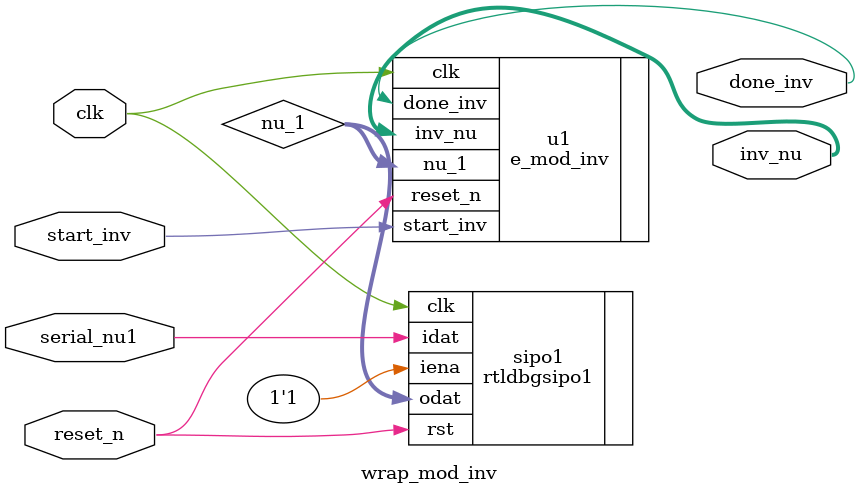
<source format=v>
module wrap_mod_inv (
   input wire          clk,
   input wire          reset_n,
   input wire          start_inv,
   input wire          serial_nu1,
   output wire [255:0] inv_nu,
   output wire         done_inv
   );

   wire [255:0] nu_1;
	
	rtldbgsipo1  #(.ODAT_B(256)) sipo1  
					  (
		.clk		  (clk),
 		.rst		  (reset_n),
		.idat		  (serial_nu1),
		.odat		  (nu_1),
		.iena		  (1'b1)
					  );


   e_mod_inv  u1 (
      .clk       (clk),
      .reset_n   (reset_n),
      .start_inv (start_inv),
      .nu_1      (nu_1),
      .inv_nu    (inv_nu),
      .done_inv  (done_inv)
				     );

endmodule
</source>
